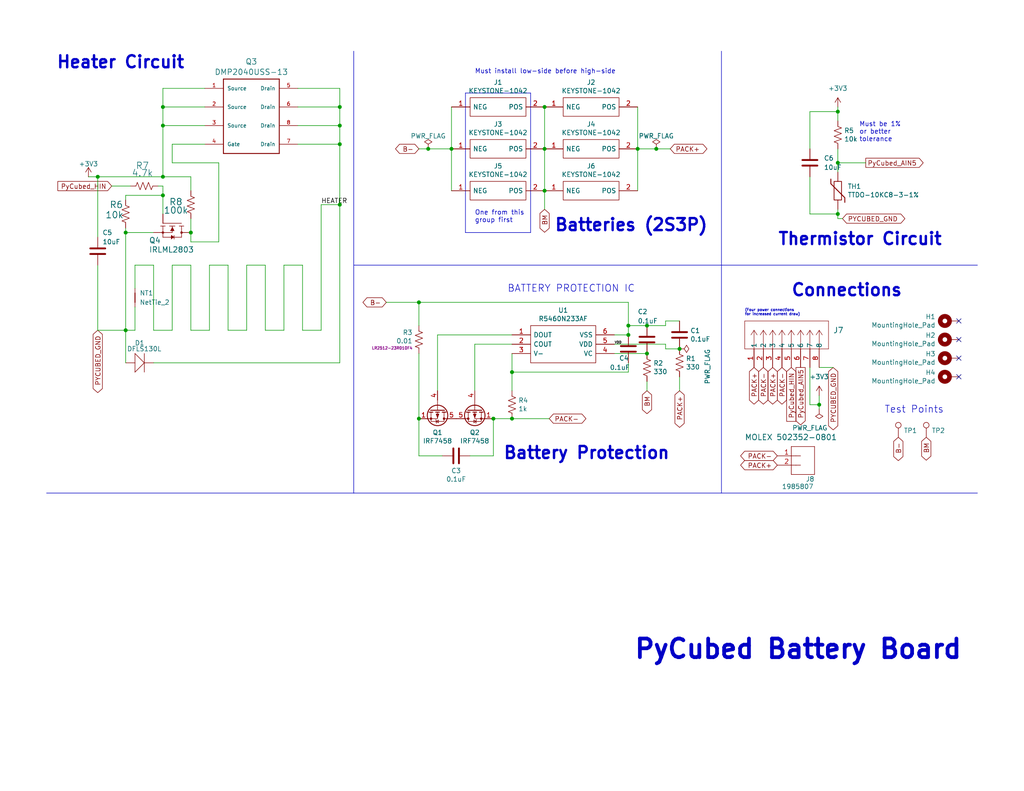
<source format=kicad_sch>
(kicad_sch (version 20231120) (generator "eeschema") (generator_version "8.0")
  (paper "USLetter")
  (title_block (title "PyCubed Battery Board") (date "2024-11-14") (rev "Ver. 2C") (company "SSI") (comment 1 "Original design by Max Holliday, edited by Grant Regen and Sage Wu"))
  (lib_symbols
    (symbol "Connector:TestPoint" (pin_numbers hide) (pin_names (offset 0.762) hide)
      (property "Reference" "TP" (at 0 6.858 0))
      (property "Value" "TestPoint" (at 0 5.08 0))
      (symbol "TestPoint_0_1"
        (circle (center 0 3.302) (radius 0.762))
      )
      (symbol "TestPoint_1_1"
        (pin passive line (at 0 0 90) (length 2.54) (name "1") (number "1"))
      )
    )
    (symbol "Device:C" (pin_numbers hide) (pin_names (offset 0.254))
      (property "Reference" "C" (at 0.635 2.54 0))
      (property "Value" "C" (at 0.635 -2.54 0))
      (symbol "C_0_1"
        (polyline (pts (xy -2.032 -0.762) (xy 2.032 -0.762)) (stroke (width 0.508)))
        (polyline (pts (xy -2.032 0.762) (xy 2.032 0.762)) (stroke (width 0.508)))
      )
      (symbol "C_1_1"
        (pin passive line (at 0 3.81 270) (length 2.794) (name "~") (number "1"))
        (pin passive line (at 0 -3.81 90) (length 2.794) (name "~") (number "2"))
      )
    )
    (symbol "Device:NetTie_2" (pin_numbers hide) (pin_names (offset 0) hide) (in_bom no)
      (property "Reference" "NT" (at 0 1.27 0))
      (property "Value" "NetTie_2" (at 0 -1.27 0))
      (symbol "NetTie_2_0_1"
        (polyline (pts (xy -1.27 0) (xy 1.27 0)) (stroke (width 0.254)))
      )
      (symbol "NetTie_2_1_1"
        (pin passive line (at -2.54 0 0) (length 2.54) (name "1") (number "1"))
        (pin passive line (at 2.54 0 180) (length 2.54) (name "2") (number "2"))
      )
    )
    (symbol "Device:R_US" (pin_numbers hide) (pin_names (offset 0))
      (property "Reference" "R" (at 2.54 0 90))
      (property "Value" "R_US" (at -2.54 0 90))
      (symbol "R_US_0_1"
        (polyline (pts (xy 0 -2.286) (xy 0 -2.54)))
        (polyline (pts (xy 0 2.286) (xy 0 2.54)))
        (polyline (pts (xy 0 -0.762) (xy 1.016 -1.143) (xy 0 -1.524) (xy -1.016 -1.905) (xy 0 -2.286)))
        (polyline (pts (xy 0 0.762) (xy 1.016 0.381) (xy 0 0) (xy -1.016 -0.381) (xy 0 -0.762)))
        (polyline (pts (xy 0 2.286) (xy 1.016 1.905) (xy 0 1.524) (xy -1.016 1.143) (xy 0 0.762)))
      )
      (symbol "R_US_1_1"
        (pin passive line (at 0 3.81 270) (length 1.27) (name "~") (number "1"))
        (pin passive line (at 0 -3.81 90) (length 1.27) (name "~") (number "2"))
      )
    )
    (symbol "Device:Thermistor" (pin_numbers hide) (pin_names (offset 0))
      (property "Reference" "TH" (at 2.54 1.27 90))
      (property "Value" "Thermistor" (at -2.54 0 90))
      (symbol "Thermistor_0_1"
        (rectangle (start -1.016 2.54) (end 1.016 -2.54) (stroke (width 0.2032)))
        (polyline (pts (xy -1.905 3.175) (xy -1.905 1.905) (xy 1.905 -1.905) (xy 1.905 -3.175) (xy 1.905 -3.175)) (stroke (width 0.254)))
      )
      (symbol "Thermistor_1_1"
        (pin passive line (at 0 5.08 270) (length 2.54) (name "~") (number "1"))
        (pin passive line (at 0 -5.08 90) (length 2.54) (name "~") (number "2"))
      )
    )
    (symbol "Mechanical:MountingHole_Pad" (pin_numbers hide) (pin_names (offset 1.016) hide) (exclude_from_sim yes) (in_bom no)
      (property "Reference" "H" (at 0 6.35 0))
      (property "Value" "MountingHole_Pad" (at 0 4.445 0))
      (symbol "MountingHole_Pad_0_1"
        (circle (center 0 1.27) (radius 1.27) (stroke (width 1.27)))
      )
      (symbol "MountingHole_Pad_1_1"
        (pin input line (at 0 -2.54 90) (length 2.54) (name "1") (number "1"))
      )
    )
    (symbol "power:+3V3" (power) (pin_numbers hide) (pin_names (offset 0) hide)
      (property "Value" "+3V3" (at 0 3.556 0))
      (symbol "+3V3_0_1"
        (polyline (pts (xy -0.762 1.27) (xy 0 2.54)))
        (polyline (pts (xy 0 0) (xy 0 2.54)))
        (polyline (pts (xy 0 2.54) (xy 0.762 1.27)))
      )
      (symbol "+3V3_1_1"
        (pin power_in line (at 0 0 90) (length 0) (name "~") (number "1"))
      )
    )
    (symbol "power:PWR_FLAG" (power) (pin_numbers hide) (pin_names (offset 0) hide)
      (property "Value" "PWR_FLAG" (at 0 3.81 0))
      (symbol "PWR_FLAG_0_0"
        (pin power_out line (at 0 0 90) (length 0) (name "~") (number "1"))
      )
      (symbol "PWR_FLAG_0_1"
        (polyline (pts (xy 0 0) (xy 0 1.27) (xy -1.016 1.905) (xy 0 2.54) (xy 1.016 1.905) (xy 0 1.27)))
      )
    )
    (symbol "ssi_IC:R5460N233AF" (pin_names (offset 0.762))
      (property "Reference" "U" (at 12.7 3.81 0))
      (property "Value" "R5460N233AF" (at 7.62 -8.89 0))
      (symbol "R5460N233AF_0_0"
        (pin output line (at 0 0 0) (length 5.08) (name "DOUT") (number "1"))
        (pin output line (at 0 -2.54 0) (length 5.08) (name "COUT") (number "2"))
        (pin input line (at 0 -5.08 0) (length 5.08) (name "V-") (number "3"))
        (pin input line (at 27.94 -5.08 180) (length 5.08) (name "VC") (number "4"))
        (pin power_in line (at 27.94 -2.54 180) (length 5.08) (name "VDD") (number "5"))
        (pin power_in line (at 27.94 0 180) (length 5.08) (name "VSS") (number "6"))
      )
      (symbol "R5460N233AF_0_1"
        (polyline (pts (xy 5.08 2.54) (xy 22.86 2.54) (xy 22.86 -7.62) (xy 5.08 -7.62) (xy 5.08 2.54)) (stroke (width 0.1524)))
      )
    )
    (symbol "ssi_connector:1985807" (pin_names (offset 1.016))
      (property "Reference" "JP" (at -2.54 5.842 0))
      (property "Value" "1985807" (at -2.54 -5.08 0))
      (symbol "1985807_1_0"
        (polyline (pts (xy -2.54 5.08) (xy -2.54 -2.54)))
        (polyline (pts (xy -2.54 5.08) (xy 3.81 5.08)))
        (polyline (pts (xy 1.27 0) (xy 2.54 0)))
        (polyline (pts (xy 1.27 2.54) (xy 2.54 2.54)))
        (polyline (pts (xy 3.81 -2.54) (xy -2.54 -2.54)))
        (polyline (pts (xy 3.81 -2.54) (xy 3.81 5.08)))
        (pin passive line (at 7.62 0 180) (length 5.08) (name "1") (number "1"))
        (pin passive line (at 7.62 2.54 180) (length 5.08) (name "2") (number "2"))
      )
    )
    (symbol "ssi_connector:502352-0801" (pin_names (offset 0.254))
      (property "Reference" "J7" (at 10.16 -21.59 90))
      (property "Value" "MOLEX 502352-0801" (at -19.05 2.54 90))
      (symbol "502352-0801_1_1"
        (polyline (pts (xy 5.08 -20.32) (xy 12.7 -20.32)) (stroke (width 0.127)))
        (polyline (pts (xy 5.08 2.54) (xy 5.08 -20.32)) (stroke (width 0.127)))
        (polyline (pts (xy 10.16 -17.78) (xy 5.08 -17.78)) (stroke (width 0.127)))
        (polyline (pts (xy 10.16 -17.78) (xy 8.89 -18.6267)) (stroke (width 0.127)))
        (polyline (pts (xy 10.16 -17.78) (xy 8.89 -16.9333)) (stroke (width 0.127)))
        (polyline (pts (xy 10.16 -15.24) (xy 5.08 -15.24)) (stroke (width 0.127)))
        (polyline (pts (xy 10.16 -15.24) (xy 8.89 -16.0867)) (stroke (width 0.127)))
        (polyline (pts (xy 10.16 -15.24) (xy 8.89 -14.3933)) (stroke (width 0.127)))
        (polyline (pts (xy 10.16 -12.7) (xy 5.08 -12.7)) (stroke (width 0.127)))
        (polyline (pts (xy 10.16 -12.7) (xy 8.89 -13.5467)) (stroke (width 0.127)))
        (polyline (pts (xy 10.16 -12.7) (xy 8.89 -11.8533)) (stroke (width 0.127)))
        (polyline (pts (xy 10.16 -10.16) (xy 5.08 -10.16)) (stroke (width 0.127)))
        (polyline (pts (xy 10.16 -10.16) (xy 8.89 -11.0067)) (stroke (width 0.127)))
        (polyline (pts (xy 10.16 -10.16) (xy 8.89 -9.3133)) (stroke (width 0.127)))
        (polyline (pts (xy 10.16 -7.62) (xy 5.08 -7.62)) (stroke (width 0.127)))
        (polyline (pts (xy 10.16 -7.62) (xy 8.89 -8.4667)) (stroke (width 0.127)))
        (polyline (pts (xy 10.16 -7.62) (xy 8.89 -6.7733)) (stroke (width 0.127)))
        (polyline (pts (xy 10.16 -5.08) (xy 5.08 -5.08)) (stroke (width 0.127)))
        (polyline (pts (xy 10.16 -5.08) (xy 8.89 -5.9267)) (stroke (width 0.127)))
        (polyline (pts (xy 10.16 -5.08) (xy 8.89 -4.2333)) (stroke (width 0.127)))
        (polyline (pts (xy 10.16 -2.54) (xy 5.08 -2.54)) (stroke (width 0.127)))
        (polyline (pts (xy 10.16 -2.54) (xy 8.89 -3.3867)) (stroke (width 0.127)))
        (polyline (pts (xy 10.16 -2.54) (xy 8.89 -1.6933)) (stroke (width 0.127)))
        (polyline (pts (xy 10.16 0) (xy 5.08 0)) (stroke (width 0.127)))
        (polyline (pts (xy 10.16 0) (xy 8.89 -0.8467)) (stroke (width 0.127)))
        (polyline (pts (xy 10.16 0) (xy 8.89 0.8467)) (stroke (width 0.127)))
        (polyline (pts (xy 12.7 -20.32) (xy 12.7 2.54)) (stroke (width 0.127)))
        (polyline (pts (xy 12.7 2.54) (xy 5.08 2.54)) (stroke (width 0.127)))
        (pin passive line (at 0 0 0) (length 5.08) (name "1") (number "1"))
        (pin passive line (at 0 -2.54 0) (length 5.08) (name "2") (number "2"))
        (pin passive line (at 0 -5.08 0) (length 5.08) (name "3") (number "3"))
        (pin passive line (at 0 -7.62 0) (length 5.08) (name "4") (number "4"))
        (pin passive line (at 0 -10.16 0) (length 5.08) (name "5") (number "5"))
        (pin passive line (at 0 -12.7 0) (length 5.08) (name "6") (number "6"))
        (pin passive line (at 0 -15.24 0) (length 5.08) (name "7") (number "7"))
        (pin passive line (at 0 -17.78 0) (length 5.08) (name "8") (number "8"))
      )
    )
    (symbol "ssi_connector:Keystone-1042" (pin_names (offset 0.762))
      (property "Reference" "J" (at 11.43 6.35 0))
      (property "Value" "Keystone-1042" (at 10.16 3.81 0))
      (symbol "Keystone-1042_0_0"
        (pin power_out line (at 0 0 0) (length 5.08) (name "NEG") (number "1"))
        (pin power_out line (at 25.4 0 180) (length 5.08) (name "POS") (number "2"))
      )
      (symbol "Keystone-1042_0_1"
        (polyline (pts (xy 5.08 2.54) (xy 20.32 2.54) (xy 20.32 -2.54) (xy 5.08 -2.54) (xy 5.08 2.54)) (stroke (width 0.1524)))
      )
    )
    (symbol "ssi_diode:DFLS130L" (pin_names (offset 1.016))
      (property "Reference" "D" (at 0 2.54 0))
      (property "Value" "DFLS130L" (at 0 -5.08 0))
      (symbol "DFLS130L_1_0"
        (polyline (pts (xy 0 -2.54) (xy 2.54 0)))
        (polyline (pts (xy 0 2.54) (xy 0 -2.54)))
        (polyline (pts (xy 2.54 0) (xy 0 2.54)))
        (polyline (pts (xy 2.54 2.54) (xy 2.54 -2.54)))
        (pin bidirectional line (at -2.54 0 0) (length 2.54) (name "A") (number "A"))
        (pin bidirectional line (at 5.08 0 180) (length 2.54) (name "C") (number "C"))
      )
    )
    (symbol "ssi_transistor:DMP2040USS-13" (pin_names (offset 1.016))
      (property "Reference" "Q" (at -7.62 10.287 0))
      (property "Value" "DMP2040USS-13" (at -7.493 -12.065 0))
      (symbol "DMP2040USS-13_0_0"
        (polyline (pts (xy -7.62 -10.16) (xy -7.62 10.16)) (stroke (width 0.254)))
        (polyline (pts (xy -7.62 10.16) (xy 7.62 10.16)) (stroke (width 0.254)))
        (polyline (pts (xy 7.62 -10.16) (xy -7.62 -10.16)) (stroke (width 0.254)))
        (polyline (pts (xy 7.62 10.16) (xy 7.62 -10.16)) (stroke (width 0.254)))
        (pin bidirectional line (at -12.7 7.62 0) (length 5.08) (name "Source") (number "1"))
        (pin bidirectional line (at -12.7 2.54 0) (length 5.08) (name "Source") (number "2"))
        (pin bidirectional line (at -12.7 -2.54 0) (length 5.08) (name "Source") (number "3"))
        (pin bidirectional line (at -12.7 -7.62 0) (length 5.08) (name "Gate") (number "4"))
        (pin bidirectional line (at 12.7 7.62 180) (length 5.08) (name "Drain") (number "5"))
        (pin bidirectional line (at 12.7 2.54 180) (length 5.08) (name "Drain") (number "6"))
        (pin bidirectional line (at 12.7 -7.62 180) (length 5.08) (name "Drain") (number "7"))
        (pin bidirectional line (at 12.7 -2.54 180) (length 5.08) (name "Drain") (number "8"))
      )
    )
    (symbol "ssi_transistor:IRF7458" (pin_names hide)
      (property "Reference" "Q1" (at 6.3246 0 90))
      (property "Value" "IRF7458" (at 8.636 0 90))
      (symbol "IRF7458_0_1"
        (polyline (pts (xy 0.254 0) (xy -2.54 0)))
        (polyline (pts (xy 0.254 1.905) (xy 0.254 -1.905)) (stroke (width 0.254)))
        (polyline (pts (xy 0.762 -1.27) (xy 0.762 -2.286)) (stroke (width 0.254)))
        (polyline (pts (xy 0.762 0.508) (xy 0.762 -0.508)) (stroke (width 0.254)))
        (polyline (pts (xy 0.762 2.286) (xy 0.762 1.27)) (stroke (width 0.254)))
        (polyline (pts (xy 2.54 2.54) (xy 2.54 1.778)))
        (polyline (pts (xy 2.54 -2.54) (xy 2.54 0) (xy 0.762 0)))
        (polyline (pts (xy 0.762 1.778) (xy 3.302 1.778) (xy 3.302 -1.778) (xy 0.762 -1.778)))
        (polyline (pts (xy 2.286 0) (xy 1.27 0.381) (xy 1.27 -0.381) (xy 2.286 0)) (fill (type outline)))
        (polyline (pts (xy 2.794 -0.508) (xy 2.921 -0.381) (xy 3.683 -0.381) (xy 3.81 -0.254)))
        (polyline (pts (xy 3.302 -0.381) (xy 2.921 0.254) (xy 3.683 0.254) (xy 3.302 -0.381)))
        (circle (center 1.651 0) (radius 2.794) (stroke (width 0.254)))
        (circle (center 2.54 -1.778) (radius 0.254) (fill (type outline)))
        (circle (center 2.54 1.778) (radius 0.254) (fill (type outline)))
      )
      (symbol "IRF7458_1_1"
        (pin passive line (at 2.54 -5.08 90) (length 2.54) (name "S") (number "1"))
        (pin passive line (at 2.54 -5.08 90) (length 2.54) hide (name "S") (number "2"))
        (pin passive line (at 2.54 -5.08 90) (length 2.54) hide (name "S") (number "3"))
        (pin passive line (at -5.08 0 0) (length 2.54) (name "G") (number "4"))
        (pin passive line (at 2.54 5.08 270) (length 2.54) (name "D") (number "5"))
        (pin passive line (at 2.54 5.08 270) (length 2.54) hide (name "D") (number "6"))
        (pin passive line (at 2.54 5.08 270) (length 2.54) hide (name "D") (number "7"))
        (pin passive line (at 2.54 5.08 270) (length 2.54) hide (name "D") (number "8"))
      )
    )
    (symbol "ssi_transistor:IRLML2803TRPBF" (pin_names (offset 1.016))
      (property "Reference" "Q" (at -11.43 1.27 0))
      (property "Value" "IRLML2803TRPBF" (at -11.43 3.81 0))
      (symbol "IRLML2803TRPBF_1_0"
        (polyline (pts (xy 0 2.54) (xy 0 -2.54)))
        (polyline (pts (xy 0.762 -2.54) (xy 0.762 -3.175)))
        (polyline (pts (xy 0.762 -1.905) (xy 0.762 -2.54)))
        (polyline (pts (xy 0.762 0) (xy 0.762 -0.762)))
        (polyline (pts (xy 0.762 0) (xy 2.54 0)))
        (polyline (pts (xy 0.762 0.762) (xy 0.762 0)))
        (polyline (pts (xy 0.762 2.54) (xy 0.762 1.905)))
        (polyline (pts (xy 0.762 2.54) (xy 3.81 2.54)))
        (polyline (pts (xy 0.762 3.175) (xy 0.762 2.54)))
        (polyline (pts (xy 2.54 -2.54) (xy 0.762 -2.54)))
        (polyline (pts (xy 2.54 -2.54) (xy 3.81 -2.54)))
        (polyline (pts (xy 2.54 0) (xy 2.54 -2.54)))
        (polyline (pts (xy 3.302 0.508) (xy 3.81 0.508)))
        (polyline (pts (xy 3.81 -0.508) (xy 3.81 -2.54)))
        (polyline (pts (xy 3.81 0.508) (xy 3.81 -0.508)))
        (polyline (pts (xy 3.81 0.508) (xy 4.318 0.508)))
        (polyline (pts (xy 3.81 2.54) (xy 3.81 0.508)))
        (polyline (pts (xy 1.016 0) (xy 2.032 0.508) (xy 2.032 -0.508)) (fill (type outline)))
        (polyline (pts (xy 3.81 0.508) (xy 3.302 -0.254) (xy 4.318 -0.254)) (fill (type outline)))
        (circle (center 2.54 -2.54) (radius 0.254))
        (circle (center 2.54 2.54) (radius 0.254))
        (pin passive line (at -2.54 -2.54 0) (length 2.54) (name "G") (number "1"))
        (pin passive line (at 2.54 -5.08 90) (length 2.54) (name "S") (number "2"))
        (pin passive line (at 2.54 5.08 270) (length 2.54) (name "D") (number "3"))
      )
    )
  )
  (junction (at 34.29 90.17))
  (junction (at 185.42 95.25))
  (junction (at 116.84 40.64))
  (junction (at 139.7 114.3))
  (junction (at 228.6 44.45))
  (junction (at 92.71 29.21))
  (junction (at 139.7 101.6))
  (junction (at 171.45 88.9))
  (junction (at 92.71 34.29))
  (junction (at 44.45 29.21))
  (junction (at 171.45 91.44))
  (junction (at 148.59 52.07))
  (junction (at 92.71 39.37))
  (junction (at 44.45 53.34))
  (junction (at 114.3 82.55))
  (junction (at 223.52 110.49))
  (junction (at 26.67 48.26))
  (junction (at 148.59 29.21))
  (junction (at 173.99 40.64))
  (junction (at 123.19 40.64))
  (junction (at 228.6 58.42))
  (junction (at 92.71 55.88))
  (junction (at 228.6 30.48))
  (junction (at 176.53 96.52))
  (junction (at 179.07 40.64))
  (junction (at 52.07 63.5))
  (junction (at 176.53 88.9))
  (junction (at 34.29 63.5))
  (junction (at 148.59 40.64))
  (junction (at 114.3 114.3))
  (junction (at 134.62 114.3))
  (junction (at 44.45 48.26))
  (junction (at 44.45 34.29))
  (no_connect (at 261.62 102.87))
  (no_connect (at 261.62 92.71))
  (no_connect (at 261.62 97.79))
  (no_connect (at 261.62 87.63))
  (wire (pts (xy 82.55 72.39) (xy 77.47 72.39)))
  (wire (pts (xy 171.45 82.55) (xy 114.3 82.55)))
  (wire (pts (xy 44.45 48.26) (xy 44.45 34.29)))
  (wire (pts (xy 46.99 90.17) (xy 41.91 90.17)))
  (wire (pts (xy 171.45 99.06) (xy 171.45 101.6)))
  (wire (pts (xy 114.3 124.46) (xy 114.3 114.3)))
  (wire (pts (xy 148.59 52.07) (xy 148.59 57.15)))
  (wire (pts (xy 52.07 72.39) (xy 46.99 72.39)))
  (wire (pts (xy 139.7 106.68) (xy 139.7 101.6)))
  (wire (pts (xy 36.83 72.39) (xy 36.83 78.74)))
  (wire (pts (xy 46.99 72.39) (xy 46.99 90.17)))
  (wire (pts (xy 30.48 50.8) (xy 35.56 50.8)))
  (wire (pts (xy 34.29 53.34) (xy 44.45 53.34)))
  (wire (pts (xy 59.69 44.45) (xy 46.99 44.45)))
  (wire (pts (xy 92.71 29.21) (xy 92.71 34.29)))
  (wire (pts (xy 176.53 88.9) (xy 181.61 88.9)))
  (wire (pts (xy 41.91 63.5) (xy 34.29 63.5)))
  (wire (pts (xy 62.23 90.17) (xy 62.23 72.39)))
  (wire (pts (xy 59.69 66.04) (xy 59.69 44.45)))
  (wire (pts (xy 67.31 72.39) (xy 67.31 90.17)))
  (wire (pts (xy 44.45 48.26) (xy 52.07 48.26)))
  (wire (pts (xy 41.91 90.17) (xy 41.91 72.39)))
  (wire (pts (xy 223.52 107.95) (xy 223.52 110.49)))
  (polyline (pts (xy 127 25.4) (xy 144.78 25.4)))
  (wire (pts (xy 119.38 91.44) (xy 139.7 91.44)))
  (wire (pts (xy 123.19 52.07) (xy 123.19 40.64)))
  (wire (pts (xy 114.3 40.64) (xy 116.84 40.64)))
  (wire (pts (xy 220.98 40.64) (xy 220.98 30.48)))
  (wire (pts (xy 41.91 99.06) (xy 92.71 99.06)))
  (wire (pts (xy 176.53 106.68) (xy 176.53 104.14)))
  (wire (pts (xy 114.3 114.3) (xy 114.3 96.52)))
  (wire (pts (xy 123.19 40.64) (xy 123.19 29.21)))
  (wire (pts (xy 52.07 90.17) (xy 52.07 72.39)))
  (wire (pts (xy 119.38 106.68) (xy 119.38 91.44)))
  (wire (pts (xy 57.15 90.17) (xy 52.07 90.17)))
  (wire (pts (xy 57.15 72.39) (xy 57.15 90.17)))
  (wire (pts (xy 87.63 90.17) (xy 82.55 90.17)))
  (wire (pts (xy 44.45 24.13) (xy 55.88 24.13)))
  (wire (pts (xy 92.71 55.88) (xy 92.71 39.37)))
  (wire (pts (xy 223.52 111.76) (xy 223.52 110.49)))
  (wire (pts (xy 128.27 124.46) (xy 134.62 124.46)))
  (wire (pts (xy 223.52 110.49) (xy 220.98 110.49)))
  (wire (pts (xy 228.6 44.45) (xy 228.6 40.64)))
  (wire (pts (xy 26.67 90.17) (xy 34.29 90.17)))
  (wire (pts (xy 173.99 40.64) (xy 179.07 40.64)))
  (wire (pts (xy 167.64 91.44) (xy 171.45 91.44)))
  (wire (pts (xy 185.42 106.68) (xy 185.42 102.87)))
  (wire (pts (xy 72.39 90.17) (xy 72.39 72.39)))
  (wire (pts (xy 46.99 44.45) (xy 46.99 39.37)))
  (wire (pts (xy 67.31 90.17) (xy 62.23 90.17)))
  (wire (pts (xy 77.47 72.39) (xy 77.47 90.17)))
  (wire (pts (xy 171.45 88.9) (xy 176.53 88.9)))
  (wire (pts (xy 87.63 55.88) (xy 87.63 90.17)))
  (wire (pts (xy 171.45 88.9) (xy 171.45 91.44)))
  (wire (pts (xy 148.59 40.64) (xy 148.59 52.07)))
  (wire (pts (xy 181.61 88.9) (xy 181.61 87.63)))
  (wire (pts (xy 44.45 29.21) (xy 44.45 34.29)))
  (wire (pts (xy 92.71 55.88) (xy 87.63 55.88)))
  (polyline (pts (xy 12.7 134.62) (xy 96.52 134.62)))
  (wire (pts (xy 134.62 114.3) (xy 139.7 114.3)))
  (wire (pts (xy 181.61 87.63) (xy 185.42 87.63)))
  (wire (pts (xy 171.45 101.6) (xy 139.7 101.6)))
  (wire (pts (xy 171.45 88.9) (xy 171.45 82.55)))
  (wire (pts (xy 77.47 90.17) (xy 72.39 90.17)))
  (wire (pts (xy 114.3 82.55) (xy 105.41 82.55)))
  (polyline (pts (xy 96.52 134.62) (xy 96.52 13.97)))
  (wire (pts (xy 228.6 59.69) (xy 228.6 58.42)))
  (wire (pts (xy 129.54 93.98) (xy 129.54 106.68)))
  (wire (pts (xy 26.67 72.39) (xy 26.67 90.17)))
  (wire (pts (xy 81.28 29.21) (xy 92.71 29.21)))
  (wire (pts (xy 34.29 53.34) (xy 34.29 54.61)))
  (wire (pts (xy 72.39 72.39) (xy 67.31 72.39)))
  (wire (pts (xy 44.45 50.8) (xy 44.45 53.34)))
  (wire (pts (xy 24.13 48.26) (xy 26.67 48.26)))
  (wire (pts (xy 134.62 124.46) (xy 134.62 114.3)))
  (wire (pts (xy 52.07 66.04) (xy 52.07 63.5)))
  (wire (pts (xy 34.29 63.5) (xy 34.29 90.17)))
  (wire (pts (xy 228.6 58.42) (xy 228.6 57.15)))
  (wire (pts (xy 34.29 90.17) (xy 36.83 90.17)))
  (wire (pts (xy 120.65 124.46) (xy 114.3 124.46)))
  (wire (pts (xy 34.29 62.23) (xy 34.29 63.5)))
  (wire (pts (xy 228.6 30.48) (xy 228.6 33.02)))
  (wire (pts (xy 36.83 83.82) (xy 36.83 90.17)))
  (wire (pts (xy 92.71 29.21) (xy 92.71 24.13)))
  (wire (pts (xy 92.71 34.29) (xy 92.71 39.37)))
  (wire (pts (xy 44.45 34.29) (xy 55.88 34.29)))
  (wire (pts (xy 149.86 114.3) (xy 139.7 114.3)))
  (wire (pts (xy 139.7 101.6) (xy 139.7 96.52)))
  (wire (pts (xy 44.45 53.34) (xy 44.45 58.42)))
  (wire (pts (xy 81.28 24.13) (xy 92.71 24.13)))
  (wire (pts (xy 26.67 48.26) (xy 44.45 48.26)))
  (wire (pts (xy 228.6 46.99) (xy 228.6 44.45)))
  (wire (pts (xy 92.71 99.06) (xy 92.71 55.88)))
  (wire (pts (xy 181.61 93.98) (xy 181.61 95.25)))
  (wire (pts (xy 220.98 58.42) (xy 220.98 48.26)))
  (wire (pts (xy 52.07 59.69) (xy 52.07 63.5)))
  (polyline (pts (xy 144.78 25.4) (xy 144.78 63.5)))
  (wire (pts (xy 148.59 29.21) (xy 148.59 40.64)))
  (polyline (pts (xy 144.78 63.5) (xy 127 63.5)))
  (polyline (pts (xy 196.85 13.97) (xy 196.85 134.62)))
  (wire (pts (xy 179.07 40.64) (xy 182.88 40.64)))
  (wire (pts (xy 227.33 100.33) (xy 223.52 100.33)))
  (polyline (pts (xy 96.52 72.39) (xy 266.7 72.39)))
  (wire (pts (xy 173.99 52.07) (xy 173.99 40.64)))
  (wire (pts (xy 228.6 44.45) (xy 236.22 44.45)))
  (polyline (pts (xy 96.52 134.62) (xy 266.7 134.62)))
  (wire (pts (xy 114.3 82.55) (xy 114.3 88.9)))
  (wire (pts (xy 26.67 48.26) (xy 26.67 64.77)))
  (wire (pts (xy 220.98 110.49) (xy 220.98 100.33)))
  (polyline (pts (xy 127 63.5) (xy 127 25.4)))
  (wire (pts (xy 34.29 90.17) (xy 34.29 99.06)))
  (wire (pts (xy 229.87 59.69) (xy 228.6 59.69)))
  (wire (pts (xy 44.45 29.21) (xy 44.45 24.13)))
  (wire (pts (xy 52.07 48.26) (xy 52.07 52.07)))
  (wire (pts (xy 41.91 72.39) (xy 36.83 72.39)))
  (wire (pts (xy 62.23 72.39) (xy 57.15 72.39)))
  (wire (pts (xy 82.55 72.39) (xy 82.55 90.17)))
  (wire (pts (xy 46.99 39.37) (xy 55.88 39.37)))
  (wire (pts (xy 167.64 93.98) (xy 181.61 93.98)))
  (wire (pts (xy 173.99 40.64) (xy 173.99 29.21)))
  (wire (pts (xy 220.98 30.48) (xy 228.6 30.48)))
  (wire (pts (xy 81.28 34.29) (xy 92.71 34.29)))
  (wire (pts (xy 181.61 95.25) (xy 185.42 95.25)))
  (wire (pts (xy 167.64 96.52) (xy 176.53 96.52)))
  (wire (pts (xy 220.98 58.42) (xy 228.6 58.42)))
  (wire (pts (xy 116.84 40.64) (xy 123.19 40.64)))
  (wire (pts (xy 129.54 93.98) (xy 139.7 93.98)))
  (wire (pts (xy 44.45 29.21) (xy 55.88 29.21)))
  (wire (pts (xy 52.07 66.04) (xy 59.69 66.04)))
  (wire (pts (xy 81.28 39.37) (xy 92.71 39.37)))
  (wire (pts (xy 228.6 29.21) (xy 228.6 30.48)))
  (wire (pts (xy 43.18 50.8) (xy 44.45 50.8)))
  (text "Connections" (at 246.38 81.28 0) (effects (font (size 3.2766 3.2766) (thickness 0.6553) (bold yes)) (justify right bottom)))
  (text "(Four power connections \nfor increased current draw)" (at 203.2 86.36 0) (effects (font (size 0.7112 0.7112)) (justify left bottom)))
  (text "One from this \ngroup first" (at 129.54 60.96 0) (effects (font (size 1.27 1.27)) (justify left bottom)))
  (text "Must be 1%\nor better\ntolerance" (at 234.442 38.862 0) (effects (font (size 1.27 1.27)) (justify left bottom)))
  (text "PyCubed Battery Board" (at 172.72 180.34 0) (effects (font (size 5.08 5.08) (thickness 1.016) (bold yes)) (justify left bottom)))
  (text "Batteries (2S3P)" (at 151.13 63.5 0) (effects (font (size 3.2766 3.2766) (thickness 0.6553) (bold yes)) (justify left bottom)))
  (text "Heater Circuit" (at 15.24 19.05 0) (effects (font (size 3.2766 3.2766) (thickness 0.6553) (bold yes)) (justify left bottom)))
  (text "Test Points" (at 241.3 113.03 0) (effects (font (size 1.905 1.905)) (justify left bottom)))
  (text "Battery Protection" (at 137.16 125.73 0) (effects (font (size 3.2766 3.2766) (thickness 0.6553) (bold yes)) (justify left bottom)))
  (text "Must install low-side before high-side" (at 129.54 20.32 0) (effects (font (size 1.27 1.27)) (justify left bottom)))
  (text "Thermistor Circuit" (at 212.09 67.31 0) (effects (font (size 3.2766 3.2766) (thickness 0.6553) (bold yes)) (justify left bottom)))
  (text "BATTERY PROTECTION IC" (at 138.43 80.01 0) (effects (font (size 1.905 1.905)) (justify left bottom)))
  (label "HEATER" (at 87.63 55.88 0))
  (label "VDD" (at 167.64 93.98 0) (effects (font (size 0.635 0.635))))
  (global_label "PACK+" (shape bidirectional) (at 210.82 100.33 270) (property "Intersheetrefs" "${INTERSHEET_REFS}" (effects (hide yes))))
  (global_label "PyCubed_AIN5" (shape output) (at 218.44 100.33 270) (property "Intersheetrefs" "${INTERSHEET_REFS}" (effects (hide yes))))
  (global_label "PyCubed_HIN" (shape input) (at 215.9 100.33 270) (property "Intersheetrefs" "${INTERSHEET_REFS}" (effects (hide yes))))
  (global_label "PYCUBED_GND" (shape bidirectional) (at 227.33 100.33 270) (property "Intersheetrefs" "${INTERSHEET_REFS}" (effects (hide yes))))
  (global_label "PACK+" (shape bidirectional) (at 212.09 127 180) (property "Intersheetrefs" "${INTERSHEET_REFS}" (effects (hide yes))))
  (global_label "PYCUBED_GND" (shape bidirectional) (at 229.87 59.69 0) (property "Intersheetrefs" "${INTERSHEET_REFS}" (effects (hide yes))))
  (global_label "PACK+" (shape bidirectional) (at 185.42 106.68 270) (property "Intersheetrefs" "${INTERSHEET_REFS}" (effects (hide yes))))
  (global_label "PACK-" (shape bidirectional) (at 212.09 124.46 180) (property "Intersheetrefs" "${INTERSHEET_REFS}" (effects (hide yes))))
  (global_label "B-" (shape bidirectional) (at 114.3 40.64 180) (property "Intersheetrefs" "${INTERSHEET_REFS}" (effects (hide yes))))
  (global_label "B-" (shape bidirectional) (at 245.11 119.38 270) (property "Intersheetrefs" "${INTERSHEET_REFS}" (effects (hide yes))))
  (global_label "B-" (shape bidirectional) (at 105.41 82.55 180) (property "Intersheetrefs" "${INTERSHEET_REFS}" (effects (hide yes))))
  (global_label "BM" (shape bidirectional) (at 176.53 106.68 270) (property "Intersheetrefs" "${INTERSHEET_REFS}" (effects (hide yes))))
  (global_label "PACK-" (shape bidirectional) (at 149.86 114.3 0) (property "Intersheetrefs" "${INTERSHEET_REFS}" (effects (hide yes))))
  (global_label "BM" (shape bidirectional) (at 148.59 57.15 270) (property "Intersheetrefs" "${INTERSHEET_REFS}" (effects (hide yes))))
  (global_label "PACK-" (shape bidirectional) (at 208.28 100.33 270) (property "Intersheetrefs" "${INTERSHEET_REFS}" (effects (hide yes))))
  (global_label "PYCUBED_GND" (shape bidirectional) (at 26.67 90.17 270) (property "Intersheetrefs" "${INTERSHEET_REFS}" (effects (hide yes))))
  (global_label "PyCubed_HIN" (shape input) (at 30.48 50.8 180) (property "Intersheetrefs" "${INTERSHEET_REFS}" (effects (hide yes))))
  (global_label "PACK+" (shape bidirectional) (at 205.74 100.33 270) (property "Intersheetrefs" "${INTERSHEET_REFS}" (effects (hide yes))))
  (global_label "PACK-" (shape bidirectional) (at 213.36 100.33 270) (property "Intersheetrefs" "${INTERSHEET_REFS}" (effects (hide yes))))
  (global_label "BM" (shape bidirectional) (at 252.73 119.38 270) (property "Intersheetrefs" "${INTERSHEET_REFS}" (effects (hide yes))))
  (global_label "PACK+" (shape bidirectional) (at 182.88 40.64 0) (property "Intersheetrefs" "${INTERSHEET_REFS}" (effects (hide yes))))
  (global_label "PyCubed_AIN5" (shape output) (at 236.22 44.45 0) (property "Intersheetrefs" "${INTERSHEET_REFS}" (effects (hide yes))))
  (symbol (lib_id "ssi_connector:Keystone-1042") (at 148.59 29.21 0) (unit 1)
    (property "Reference" "J2" (at 161.29 22.479 0))
    (property "Value" "KEYSTONE-1042" (at 161.29 24.7904 0))
    (property "Footprint" "ssi_connector:Keystone_1042" (effects (hide yes)))
    (property "Datasheet" "http://www.mouser.com/ds/2/215/042-744829.pdf" (effects (hide yes)))
    (property "Description" "Cylindrical Battery Contacts, Clips, Holders & Springs 18650 S/M PC BATTERY HOLDER" (effects (hide yes)))
    (property "Manufacturer_Name" "Keystone Electronics" (effects (hide yes)))
    (property "Manufacturer_Part_Number" "1042" (effects (hide yes)))
    (property "Mouser Part Number" "534-1042" (effects (hide yes)))
    (property "Mouser Price/Stock" "https://www.mouser.com/Search/Refine.aspx?Keyword=534-1042" (effects (hide yes)))
  )
  (symbol (lib_id "ssi_connector:Keystone-1042") (at 123.19 29.21 0) (unit 1)
    (property "Reference" "J1" (at 135.89 22.479 0))
    (property "Value" "KEYSTONE-1042" (at 135.89 24.7904 0))
    (property "Footprint" "ssi_connector:Keystone_1042" (effects (hide yes)))
    (property "Datasheet" "http://www.mouser.com/ds/2/215/042-744829.pdf" (effects (hide yes)))
    (property "Description" "Cylindrical Battery Contacts, Clips, Holders & Springs 18650 S/M PC BATTERY HOLDER" (effects (hide yes)))
    (property "Manufacturer_Name" "Keystone Electronics" (effects (hide yes)))
    (property "Manufacturer_Part_Number" "1042" (effects (hide yes)))
    (property "Mouser Part Number" "534-1042" (effects (hide yes)))
    (property "Mouser Price/Stock" "https://www.mouser.com/Search/Refine.aspx?Keyword=534-1042" (effects (hide yes)))
  )
  (symbol (lib_id "ssi_connector:Keystone-1042") (at 123.19 40.64 0) (unit 1)
    (property "Reference" "J3" (at 135.89 33.909 0))
    (property "Value" "KEYSTONE-1042" (at 135.89 36.2204 0))
    (property "Footprint" "ssi_connector:Keystone_1042" (effects (hide yes)))
    (property "Datasheet" "http://www.mouser.com/ds/2/215/042-744829.pdf" (effects (hide yes)))
    (property "Description" "Cylindrical Battery Contacts, Clips, Holders & Springs 18650 S/M PC BATTERY HOLDER" (effects (hide yes)))
    (property "Manufacturer_Name" "Keystone Electronics" (effects (hide yes)))
    (property "Manufacturer_Part_Number" "1042" (effects (hide yes)))
    (property "Mouser Part Number" "534-1042" (effects (hide yes)))
    (property "Mouser Price/Stock" "https://www.mouser.com/Search/Refine.aspx?Keyword=534-1042" (effects (hide yes)))
  )
  (symbol (lib_id "ssi_connector:Keystone-1042") (at 148.59 40.64 0) (unit 1)
    (property "Reference" "J4" (at 161.29 33.909 0))
    (property "Value" "KEYSTONE-1042" (at 161.29 36.2204 0))
    (property "Footprint" "ssi_connector:Keystone_1042" (effects (hide yes)))
    (property "Datasheet" "http://www.mouser.com/ds/2/215/042-744829.pdf" (effects (hide yes)))
    (property "Description" "Cylindrical Battery Contacts, Clips, Holders & Springs 18650 S/M PC BATTERY HOLDER" (effects (hide yes)))
    (property "Manufacturer_Name" "Keystone Electronics" (effects (hide yes)))
    (property "Manufacturer_Part_Number" "1042" (effects (hide yes)))
    (property "Mouser Part Number" "534-1042" (effects (hide yes)))
    (property "Mouser Price/Stock" "https://www.mouser.com/Search/Refine.aspx?Keyword=534-1042" (effects (hide yes)))
  )
  (symbol (lib_id "ssi_connector:Keystone-1042") (at 123.19 52.07 0) (unit 1)
    (property "Reference" "J5" (at 135.89 45.339 0))
    (property "Value" "KEYSTONE-1042" (at 135.89 47.6504 0))
    (property "Footprint" "ssi_connector:Keystone_1042" (effects (hide yes)))
    (property "Datasheet" "http://www.mouser.com/ds/2/215/042-744829.pdf" (effects (hide yes)))
    (property "Description" "Cylindrical Battery Contacts, Clips, Holders & Springs 18650 S/M PC BATTERY HOLDER" (effects (hide yes)))
    (property "Manufacturer_Name" "Keystone Electronics" (effects (hide yes)))
    (property "Manufacturer_Part_Number" "1042" (effects (hide yes)))
    (property "Mouser Part Number" "534-1042" (effects (hide yes)))
    (property "Mouser Price/Stock" "https://www.mouser.com/Search/Refine.aspx?Keyword=534-1042" (effects (hide yes)))
  )
  (symbol (lib_id "ssi_connector:Keystone-1042") (at 148.59 52.07 0) (unit 1)
    (property "Reference" "J6" (at 161.29 45.339 0))
    (property "Value" "KEYSTONE-1042" (at 161.29 47.6504 0))
    (property "Footprint" "ssi_connector:Keystone_1042" (effects (hide yes)))
    (property "Datasheet" "http://www.mouser.com/ds/2/215/042-744829.pdf" (effects (hide yes)))
    (property "Description" "Cylindrical Battery Contacts, Clips, Holders & Springs 18650 S/M PC BATTERY HOLDER" (effects (hide yes)))
    (property "Manufacturer_Name" "Keystone Electronics" (effects (hide yes)))
    (property "Manufacturer_Part_Number" "1042" (effects (hide yes)))
    (property "Mouser Part Number" "534-1042" (effects (hide yes)))
    (property "Mouser Price/Stock" "https://www.mouser.com/Search/Refine.aspx?Keyword=534-1042" (effects (hide yes)))
  )
  (symbol (lib_id "ssi_IC:R5460N233AF") (at 139.7 91.44 0) (unit 1)
    (property "Reference" "U1" (at 153.67 84.709 0))
    (property "Value" "R5460N233AF" (at 153.67 87.0204 0))
    (property "Footprint" "Package_TO_SOT_SMD:SOT-23-6" (effects (hide yes)))
    (property "Datasheet" "http://www.mouser.com/datasheet/2/792/r5460-e-1085730.pdf" (effects (hide yes)))
    (property "Description" "Battery Management 2-Cell Li-ion Protection IC" (effects (hide yes)))
    (property "Height" "1.3" (effects (hide yes)))
    (property "Manufacturer_Name" "Ricoh Electronic Devices Company" (effects (hide yes)))
    (property "Manufacturer_Part_Number" "R5460N233AF-TR-FE" (effects (hide yes)))
    (property "Mouser Part Number" "848-R5460N233AFTRFE" (effects (hide yes)))
    (property "Mouser Price/Stock" "https://www.mouser.com/Search/Refine.aspx?Keyword=848-R5460N233AFTRFE" (effects (hide yes)))
  )
  (symbol (lib_id "Connector:TestPoint") (at 245.11 119.38 0) (unit 1)
    (property "Reference" "TP1" (at 246.5832 117.5512 0) (effects (justify left)))
    (property "Value" "TestPoint" (effects (hide yes)))
    (property "Footprint" "TestPoint:TestPoint_Loop_D1.80mm_Drill1.0mm_Beaded" (effects (hide yes)))
    (property "DNP" "DNP" (effects (hide yes)))
  )
  (symbol (lib_id "Connector:TestPoint") (at 252.73 119.38 0) (unit 1)
    (property "Reference" "TP2" (at 254.2032 117.5512 0) (effects (justify left)))
    (property "Value" "TestPoint" (effects (hide yes)))
    (property "Footprint" "TestPoint:TestPoint_Loop_D1.80mm_Drill1.0mm_Beaded" (effects (hide yes)))
    (property "DNP" "DNP" (effects (hide yes)))
  )
  (symbol (lib_id "ssi_transistor:IRF7458") (at 129.54 111.76 90) (mirror x) (unit 1)
    (property "Reference" "Q2" (at 129.54 118.0846 90))
    (property "Value" "IRF7458" (at 129.54 120.396 90))
    (property "Footprint" "Package_SO:SOIC-8_3.9x4.9mm_P1.27mm" (effects (hide yes)))
    (property "Datasheet" "https://www.infineon.com/dgdl/irf7458pbf.pdf?fileId=5546d462533600a4015355fecb231bfe" (effects (hide yes)))
    (property "Description" "N-Channel 30 V 14A (Ta) 2.5W (Ta) Surface Mount 8-SO" (effects (hide yes)))
  )
  (symbol (lib_id "ssi_transistor:IRF7458") (at 119.38 111.76 270) (unit 1)
    (property "Reference" "Q1" (at 119.38 118.0846 90))
    (property "Value" "IRF7458" (at 119.38 120.396 90))
    (property "Footprint" "Package_SO:SOIC-8_3.9x4.9mm_P1.27mm" (effects (hide yes)))
    (property "Datasheet" "https://www.infineon.com/dgdl/irf7458pbf.pdf?fileId=5546d462533600a4015355fecb231bfe" (effects (hide yes)))
    (property "Description" "N-Channel 30 V 14A (Ta) 2.5W (Ta) Surface Mount 8-SO" (effects (hide yes)))
  )
  (symbol (lib_id "Device:R_US") (at 176.53 100.33 180) (unit 1)
    (property "Reference" "R2" (at 178.2572 99.1616 0) (effects (justify right)))
    (property "Value" "330" (at 178.2572 101.473 0) (effects (justify right)))
    (property "Footprint" "Resistor_SMD:R_0603_1608Metric" (effects (hide yes)))
  )
  (symbol (lib_id "Device:C") (at 176.53 92.71 0) (unit 1)
    (property "Reference" "C2" (at 173.99 85.09 0) (effects (justify left)))
    (property "Value" "0.1uF" (at 173.99 87.63 0) (effects (justify left)))
    (property "Footprint" "Capacitor_SMD:C_0603_1608Metric" (effects (hide yes)))
  )
  (symbol (lib_id "Device:C") (at 185.42 91.44 0) (unit 1)
    (property "Reference" "C1" (at 188.341 90.2716 0) (effects (justify left)))
    (property "Value" "0.1uF" (at 188.341 92.583 0) (effects (justify left)))
    (property "Footprint" "Capacitor_SMD:C_0603_1608Metric" (effects (hide yes)))
  )
  (symbol (lib_id "Device:R_US") (at 185.42 99.06 180) (unit 1)
    (property "Reference" "R1" (at 187.1472 97.8916 0) (effects (justify right)))
    (property "Value" "330" (at 187.1472 100.203 0) (effects (justify right)))
    (property "Footprint" "Resistor_SMD:R_0603_1608Metric" (effects (hide yes)))
  )
  (symbol (lib_id "Device:R_US") (at 139.7 110.49 0) (unit 1)
    (property "Reference" "R4" (at 141.4272 109.3216 0) (effects (justify left)))
    (property "Value" "1k" (at 141.4272 111.633 0) (effects (justify left)))
    (property "Footprint" "Resistor_SMD:R_0603_1608Metric" (effects (hide yes)))
    (property "Manufacturer_Part_Number" "LR2512-23R010F4" (effects (hide yes)))
  )
  (symbol (lib_id "Device:C") (at 171.45 95.25 0) (unit 1)
    (property "Reference" "C4" (at 168.91 97.79 0) (effects (justify left)))
    (property "Value" "0.1uF" (at 166.37 100.33 0) (effects (justify left)))
    (property "Footprint" "Capacitor_SMD:C_0603_1608Metric" (effects (hide yes)))
  )
  (symbol (lib_id "Device:R_US") (at 114.3 92.71 0) (unit 1)
    (property "Reference" "R3" (at 112.5728 90.7796 0) (effects (justify right)))
    (property "Value" "0.01" (at 112.5728 93.091 0) (effects (justify right)))
    (property "Footprint" "Resistor_SMD:R_2512_6332Metric" (effects (hide yes)))
    (property "PN" "LR2512-23R010F4" (at 112.5728 95.0214 0) (effects (font (size 0.762 0.762)) (justify right)))
  )
  (symbol (lib_id "Device:C") (at 124.46 124.46 90) (unit 1)
    (property "Reference" "C3" (at 124.46 128.524 90))
    (property "Value" "0.1uF" (at 124.46 130.8354 90))
    (property "Footprint" "Capacitor_SMD:C_0603_1608Metric" (effects (hide yes)))
  )
  (symbol (lib_id "Mechanical:MountingHole_Pad") (at 259.08 87.63 90) (mirror x) (unit 1) (exclude_from_sim yes) (in_bom no)
    (property "Reference" "H1" (at 255.27 86.4616 90) (effects (justify left)))
    (property "Value" "MountingHole_Pad" (at 255.27 88.773 90) (effects (justify left)))
    (property "Footprint" "ssi_mountinghole:MountingHole_3.2mm_M3_DIN965_PadMOD" (effects (hide yes)))
    (property "DNP" "DNP" (effects (hide yes)))
  )
  (symbol (lib_id "Mechanical:MountingHole_Pad") (at 259.08 92.71 90) (mirror x) (unit 1) (exclude_from_sim yes) (in_bom no)
    (property "Reference" "H2" (at 255.27 91.5416 90) (effects (justify left)))
    (property "Value" "MountingHole_Pad" (at 255.27 93.853 90) (effects (justify left)))
    (property "Footprint" "ssi_mountinghole:MountingHole_3.2mm_M3_DIN965_PadMOD" (effects (hide yes)))
    (property "DNP" "DNP" (effects (hide yes)))
  )
  (symbol (lib_id "Mechanical:MountingHole_Pad") (at 259.08 97.79 90) (mirror x) (unit 1) (exclude_from_sim yes) (in_bom no)
    (property "Reference" "H3" (at 255.27 96.6216 90) (effects (justify left)))
    (property "Value" "MountingHole_Pad" (at 255.27 98.933 90) (effects (justify left)))
    (property "Footprint" "ssi_mountinghole:MountingHole_3.2mm_M3_DIN965_PadMOD" (effects (hide yes)))
    (property "DNP" "DNP" (effects (hide yes)))
  )
  (symbol (lib_id "Mechanical:MountingHole_Pad") (at 259.08 102.87 90) (mirror x) (unit 1) (exclude_from_sim yes) (in_bom no)
    (property "Reference" "H4" (at 255.27 101.7016 90) (effects (justify left)))
    (property "Value" "MountingHole_Pad" (at 255.27 104.013 90) (effects (justify left)))
    (property "Footprint" "ssi_mountinghole:MountingHole_3.2mm_M3_DIN965_PadMOD" (effects (hide yes)))
    (property "DNP" "DNP" (effects (hide yes)))
  )
  (symbol (lib_id "ssi_connector:1985807") (at 219.71 124.46 180) (unit 1)
    (property "Reference" "J8" (at 222.25 130.81 0) (effects (justify left)))
    (property "Value" "1985807" (at 221.996 132.842 0) (effects (justify left)))
    (property "Footprint" "ssi_connector:1985807" (effects (hide yes)))
    (property "Datasheet" "https://www.mouser.com/datasheet/2/324/4/1985807-1458929.pdf" (effects (hide yes)))
    (property "Description" "2-pin Screw Terminal - Side Entry" (effects (hide yes)))
    (property "DNP" "DNP" (effects (hide yes)))
  )
  (symbol (lib_id "Device:Thermistor") (at 228.6 52.07 0) (unit 1)
    (property "Reference" "TH1" (at 231.267 50.9016 0) (effects (justify left)))
    (property "Value" "TTDO-10KC8-3-1%" (at 231.267 53.213 0) (effects (justify left)))
    (property "Footprint" "Resistor_THT:R_Axial_DIN0204_L3.6mm_D1.6mm_P5.08mm_Horizontal" (effects (hide yes)))
  )
  (symbol (lib_id "Device:R_US") (at 39.37 50.8 270) (unit 1)
    (property "Reference" "R7" (at 38.862 46.228 90) (effects (font (size 1.778 1.778)) (justify bottom)))
    (property "Value" "4.7k" (at 38.862 46.228 90) (effects (font (size 1.778 1.778)) (justify top)))
    (property "Footprint" "Resistor_SMD:R_0603_1608Metric" (effects (hide yes)))
    (property "Description" "Resistor, US symbol" (effects (hide yes)))
  )
  (symbol (lib_id "power:PWR_FLAG") (at 223.52 111.76 180) (unit 1)
    (property "Reference" "#FLG01" (effects (hide yes)))
    (property "Value" "PWR_FLAG" (at 220.98 116.84 0))
  )
  (symbol (lib_id "Device:NetTie_2") (at 36.83 81.28 90) (unit 1) (in_bom no)
    (property "Reference" "NT1" (at 38.1 80.01 90) (effects (justify right)))
    (property "Value" "NetTie_2" (at 38.1 82.55 90) (effects (justify right)))
    (property "Footprint" "NetTie:NetTie-2_SMD_Pad0.5mm" (effects (hide yes)))
  )
  (symbol (lib_id "Device:R_US") (at 34.29 58.42 0) (unit 1)
    (property "Reference" "R6" (at 31.75 56.896 0) (effects (font (size 1.778 1.778)) (justify bottom)))
    (property "Value" "10k" (at 31.242 57.658 0) (effects (font (size 1.778 1.778)) (justify top)))
    (property "Footprint" "Resistor_SMD:R_0603_1608Metric" (effects (hide yes)))
    (property "Description" "Resistor, US symbol" (effects (hide yes)))
  )
  (symbol (lib_id "power:PWR_FLAG") (at 179.07 40.64 0) (unit 1)
    (property "Reference" "#FLG02" (effects (hide yes)))
    (property "Value" "PWR_FLAG" (at 179.07 37.1381 0))
  )
  (symbol (lib_id "power:+3V3") (at 228.6 29.21 0) (unit 1)
    (property "Reference" "#PWR02" (effects (hide yes)))
    (property "Value" "+3V3" (at 228.6 24.13 0))
  )
  (symbol (lib_id "power:PWR_FLAG") (at 185.42 95.25 270) (unit 1)
    (property "Reference" "#FLG04" (effects (hide yes)))
    (property "Value" "PWR_FLAG" (at 193.04 95.25 0) (effects (justify left)))
  )
  (symbol (lib_id "ssi_connector:502352-0801") (at 205.74 100.33 90) (unit 1)
    (property "Reference" "J7" (at 227.33 90.17 90) (effects (font (size 1.524 1.524)) (justify right)))
    (property "Value" "MOLEX 502352-0801" (at 203.2 119.38 90) (effects (font (size 1.524 1.524)) (justify right)))
    (property "Footprint" "ssi_connector:Molex_502352-0801" (effects (hide yes)))
    (property "Datasheet" "502352-0801" (effects (hide yes)))
  )
  (symbol (lib_id "ssi_transistor:DMP2040USS-13") (at 68.58 31.75 0) (unit 1)
    (property "Reference" "Q3" (at 68.58 16.8326 0) (effects (font (size 1.524 1.524))))
    (property "Value" "DMP2040USS-13" (at 68.58 19.6655 0) (effects (font (size 1.524 1.524))))
    (property "Footprint" "ssi_transistor:DMP2040USS-13" (effects (hide yes)))
    (property "Datasheet" "https://www.infineon.com/dgdl/irf7404pbf.pdf?fileId=5546d462533600a4015355fa31be1ba0" (effects (hide yes)))
    (property "Description" "P-Channel MOSFET" (effects (hide yes)))
    (property "Field4" "ON Semiconductor" (effects (hide yes)))
    (property "Field7" "IRF7404TRPBF" (effects (hide yes)))
    (property "Field8" "SO-8 ON Semiconductor" (effects (hide yes)))
  )
  (symbol (lib_id "power:PWR_FLAG") (at 116.84 40.64 0) (unit 1)
    (property "Reference" "#FLG03" (effects (hide yes)))
    (property "Value" "PWR_FLAG" (at 116.84 37.1381 0))
  )
  (symbol (lib_id "power:+3V3") (at 223.52 107.95 0) (unit 1)
    (property "Reference" "#PWR01" (effects (hide yes)))
    (property "Value" "+3V3" (at 223.52 102.87 0))
  )
  (symbol (lib_id "ssi_diode:DFLS130L") (at 36.83 99.06 0) (unit 1)
    (property "Reference" "D1" (at 38.1 93.6371 0))
    (property "Value" "DFLS130L" (at 39.37 95.25 0))
    (property "Footprint" "ssi_diode:PWRDI-123" (effects (hide yes)))
    (property "Sim.Device" "D" (effects (hide yes)))
    (property "Sim.Pins" "1=K 2=A" (effects (hide yes)))
  )
  (symbol (lib_id "ssi_transistor:IRLML2803TRPBF") (at 46.99 60.96 270) (unit 1)
    (property "Reference" "Q4" (at 40.64 64.77 90) (effects (font (size 1.4986 1.4986)) (justify left top)))
    (property "Value" "IRLML2803" (at 40.64 67.31 90) (effects (font (size 1.4986 1.4986)) (justify left top)))
    (property "Footprint" "ssi_transistor:SOT-23" (effects (hide yes)))
    (property "Datasheet" "https://www.infineon.com/dgdl/irlml2803pbf.pdf?fileId=5546d462533600a4015356682aff260f" (effects (hide yes)))
    (property "Description" "Single N-Channel MOSFET" (effects (hide yes)))
    (property "Flight" "MMBT2222AT " (effects (hide yes)))
    (property "Manufacturer_Name" "ON Semiconductor" (effects (hide yes)))
    (property "Manufacturer_Part_Number" "MMBT2222AT " (effects (hide yes)))
    (property "Proto" "2302" (effects (hide yes)))
  )
  (symbol (lib_id "Device:C") (at 220.98 44.45 0) (unit 1)
    (property "Reference" "C6" (at 224.79 43.18 0) (effects (justify left)))
    (property "Value" "10uF" (at 224.79 45.72 0) (effects (justify left)))
    (property "Footprint" "Capacitor_SMD:C_0603_1608Metric" (effects (hide yes)))
  )
  (symbol (lib_id "Device:R_US") (at 228.6 36.83 180) (unit 1)
    (property "Reference" "R5" (at 230.3272 35.6616 0) (effects (justify right)))
    (property "Value" "10k" (at 230.3272 37.973 0) (effects (justify right)))
    (property "Footprint" "Resistor_SMD:R_0603_1608Metric" (effects (hide yes)))
  )
  (symbol (lib_id "Device:C") (at 26.67 68.58 0) (unit 1)
    (property "Reference" "C5" (at 27.94 63.5 0) (effects (justify left)))
    (property "Value" "10uF" (at 27.94 66.04 0) (effects (justify left)))
    (property "Footprint" "Capacitor_SMD:C_0603_1608Metric" (effects (hide yes)))
  )
  (symbol (lib_id "Device:R_US") (at 52.07 55.88 180) (unit 1)
    (property "Reference" "R8" (at 48.006 54.102 0) (effects (font (size 1.778 1.778)) (justify bottom)))
    (property "Value" "100k" (at 48.006 58.42 0) (effects (font (size 1.778 1.778)) (justify top)))
    (property "Footprint" "Resistor_SMD:R_0603_1608Metric" (effects (hide yes)))
    (property "Description" "Resistor, US symbol" (effects (hide yes)))
  )
  (symbol (lib_id "power:+3V3") (at 24.13 48.26 0) (unit 1)
    (property "Reference" "#PWR03" (effects (hide yes)))
    (property "Value" "+3V3" (at 24.13 44.7581 0))
  )
)
</source>
